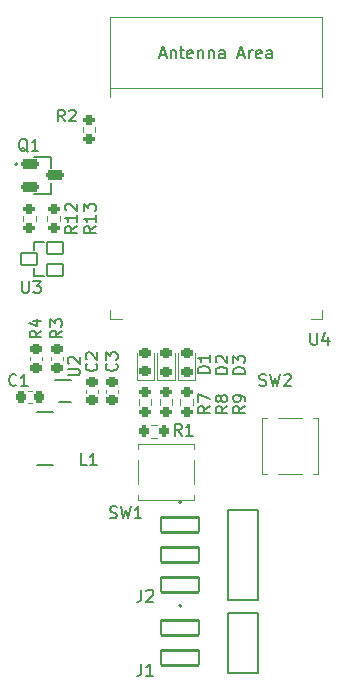
<source format=gto>
%TF.GenerationSoftware,KiCad,Pcbnew,7.0.7*%
%TF.CreationDate,2024-02-09T14:16:11-05:00*%
%TF.ProjectId,key-fob-pcb,6b65792d-666f-4622-9d70-63622e6b6963,rev?*%
%TF.SameCoordinates,Original*%
%TF.FileFunction,Legend,Top*%
%TF.FilePolarity,Positive*%
%FSLAX46Y46*%
G04 Gerber Fmt 4.6, Leading zero omitted, Abs format (unit mm)*
G04 Created by KiCad (PCBNEW 7.0.7) date 2024-02-09 14:16:11*
%MOMM*%
%LPD*%
G01*
G04 APERTURE LIST*
G04 Aperture macros list*
%AMRoundRect*
0 Rectangle with rounded corners*
0 $1 Rounding radius*
0 $2 $3 $4 $5 $6 $7 $8 $9 X,Y pos of 4 corners*
0 Add a 4 corners polygon primitive as box body*
4,1,4,$2,$3,$4,$5,$6,$7,$8,$9,$2,$3,0*
0 Add four circle primitives for the rounded corners*
1,1,$1+$1,$2,$3*
1,1,$1+$1,$4,$5*
1,1,$1+$1,$6,$7*
1,1,$1+$1,$8,$9*
0 Add four rect primitives between the rounded corners*
20,1,$1+$1,$2,$3,$4,$5,0*
20,1,$1+$1,$4,$5,$6,$7,0*
20,1,$1+$1,$6,$7,$8,$9,0*
20,1,$1+$1,$8,$9,$2,$3,0*%
G04 Aperture macros list end*
%ADD10C,0.150000*%
%ADD11C,0.200000*%
%ADD12C,0.120000*%
%ADD13C,0.152400*%
%ADD14C,0.127000*%
%ADD15RoundRect,0.102000X-1.590000X0.635000X-1.590000X-0.635000X1.590000X-0.635000X1.590000X0.635000X0*%
%ADD16RoundRect,0.225000X-0.250000X0.225000X-0.250000X-0.225000X0.250000X-0.225000X0.250000X0.225000X0*%
%ADD17RoundRect,0.225000X0.250000X-0.225000X0.250000X0.225000X-0.250000X0.225000X-0.250000X-0.225000X0*%
%ADD18RoundRect,0.225000X0.225000X0.250000X-0.225000X0.250000X-0.225000X-0.250000X0.225000X-0.250000X0*%
%ADD19C,1.734000*%
%ADD20C,3.600000*%
%ADD21C,6.400000*%
%ADD22R,0.900000X0.900000*%
%ADD23R,1.500000X0.900000*%
%ADD24R,0.900000X1.500000*%
%ADD25RoundRect,0.102000X0.700000X-0.500000X0.700000X0.500000X-0.700000X0.500000X-0.700000X-0.500000X0*%
%ADD26R,0.670001X0.299999*%
%ADD27R,1.400000X1.600000*%
%ADD28R,1.600000X1.400000*%
%ADD29RoundRect,0.200000X-0.275000X0.200000X-0.275000X-0.200000X0.275000X-0.200000X0.275000X0.200000X0*%
%ADD30RoundRect,0.200000X0.275000X-0.200000X0.275000X0.200000X-0.275000X0.200000X-0.275000X-0.200000X0*%
%ADD31RoundRect,0.200000X0.200000X0.275000X-0.200000X0.275000X-0.200000X-0.275000X0.200000X-0.275000X0*%
%ADD32RoundRect,0.190500X-0.561500X-0.206500X0.561500X-0.206500X0.561500X0.206500X-0.561500X0.206500X0*%
%ADD33R,1.447800X4.191000*%
%ADD34RoundRect,0.218750X0.256250X-0.218750X0.256250X0.218750X-0.256250X0.218750X-0.256250X-0.218750X0*%
G04 APERTURE END LIST*
D10*
X150916666Y-142474819D02*
X150916666Y-143189104D01*
X150916666Y-143189104D02*
X150869047Y-143331961D01*
X150869047Y-143331961D02*
X150773809Y-143427200D01*
X150773809Y-143427200D02*
X150630952Y-143474819D01*
X150630952Y-143474819D02*
X150535714Y-143474819D01*
X151916666Y-143474819D02*
X151345238Y-143474819D01*
X151630952Y-143474819D02*
X151630952Y-142474819D01*
X151630952Y-142474819D02*
X151535714Y-142617676D01*
X151535714Y-142617676D02*
X151440476Y-142712914D01*
X151440476Y-142712914D02*
X151345238Y-142760533D01*
X148809580Y-117066666D02*
X148857200Y-117114285D01*
X148857200Y-117114285D02*
X148904819Y-117257142D01*
X148904819Y-117257142D02*
X148904819Y-117352380D01*
X148904819Y-117352380D02*
X148857200Y-117495237D01*
X148857200Y-117495237D02*
X148761961Y-117590475D01*
X148761961Y-117590475D02*
X148666723Y-117638094D01*
X148666723Y-117638094D02*
X148476247Y-117685713D01*
X148476247Y-117685713D02*
X148333390Y-117685713D01*
X148333390Y-117685713D02*
X148142914Y-117638094D01*
X148142914Y-117638094D02*
X148047676Y-117590475D01*
X148047676Y-117590475D02*
X147952438Y-117495237D01*
X147952438Y-117495237D02*
X147904819Y-117352380D01*
X147904819Y-117352380D02*
X147904819Y-117257142D01*
X147904819Y-117257142D02*
X147952438Y-117114285D01*
X147952438Y-117114285D02*
X148000057Y-117066666D01*
X147904819Y-116733332D02*
X147904819Y-116114285D01*
X147904819Y-116114285D02*
X148285771Y-116447618D01*
X148285771Y-116447618D02*
X148285771Y-116304761D01*
X148285771Y-116304761D02*
X148333390Y-116209523D01*
X148333390Y-116209523D02*
X148381009Y-116161904D01*
X148381009Y-116161904D02*
X148476247Y-116114285D01*
X148476247Y-116114285D02*
X148714342Y-116114285D01*
X148714342Y-116114285D02*
X148809580Y-116161904D01*
X148809580Y-116161904D02*
X148857200Y-116209523D01*
X148857200Y-116209523D02*
X148904819Y-116304761D01*
X148904819Y-116304761D02*
X148904819Y-116590475D01*
X148904819Y-116590475D02*
X148857200Y-116685713D01*
X148857200Y-116685713D02*
X148809580Y-116733332D01*
X142454819Y-114266666D02*
X141978628Y-114599999D01*
X142454819Y-114838094D02*
X141454819Y-114838094D01*
X141454819Y-114838094D02*
X141454819Y-114457142D01*
X141454819Y-114457142D02*
X141502438Y-114361904D01*
X141502438Y-114361904D02*
X141550057Y-114314285D01*
X141550057Y-114314285D02*
X141645295Y-114266666D01*
X141645295Y-114266666D02*
X141788152Y-114266666D01*
X141788152Y-114266666D02*
X141883390Y-114314285D01*
X141883390Y-114314285D02*
X141931009Y-114361904D01*
X141931009Y-114361904D02*
X141978628Y-114457142D01*
X141978628Y-114457142D02*
X141978628Y-114838094D01*
X141788152Y-113409523D02*
X142454819Y-113409523D01*
X141407200Y-113647618D02*
X142121485Y-113885713D01*
X142121485Y-113885713D02*
X142121485Y-113266666D01*
X144204819Y-114266666D02*
X143728628Y-114599999D01*
X144204819Y-114838094D02*
X143204819Y-114838094D01*
X143204819Y-114838094D02*
X143204819Y-114457142D01*
X143204819Y-114457142D02*
X143252438Y-114361904D01*
X143252438Y-114361904D02*
X143300057Y-114314285D01*
X143300057Y-114314285D02*
X143395295Y-114266666D01*
X143395295Y-114266666D02*
X143538152Y-114266666D01*
X143538152Y-114266666D02*
X143633390Y-114314285D01*
X143633390Y-114314285D02*
X143681009Y-114361904D01*
X143681009Y-114361904D02*
X143728628Y-114457142D01*
X143728628Y-114457142D02*
X143728628Y-114838094D01*
X143204819Y-113933332D02*
X143204819Y-113314285D01*
X143204819Y-113314285D02*
X143585771Y-113647618D01*
X143585771Y-113647618D02*
X143585771Y-113504761D01*
X143585771Y-113504761D02*
X143633390Y-113409523D01*
X143633390Y-113409523D02*
X143681009Y-113361904D01*
X143681009Y-113361904D02*
X143776247Y-113314285D01*
X143776247Y-113314285D02*
X144014342Y-113314285D01*
X144014342Y-113314285D02*
X144109580Y-113361904D01*
X144109580Y-113361904D02*
X144157200Y-113409523D01*
X144157200Y-113409523D02*
X144204819Y-113504761D01*
X144204819Y-113504761D02*
X144204819Y-113790475D01*
X144204819Y-113790475D02*
X144157200Y-113885713D01*
X144157200Y-113885713D02*
X144109580Y-113933332D01*
X147109580Y-117066666D02*
X147157200Y-117114285D01*
X147157200Y-117114285D02*
X147204819Y-117257142D01*
X147204819Y-117257142D02*
X147204819Y-117352380D01*
X147204819Y-117352380D02*
X147157200Y-117495237D01*
X147157200Y-117495237D02*
X147061961Y-117590475D01*
X147061961Y-117590475D02*
X146966723Y-117638094D01*
X146966723Y-117638094D02*
X146776247Y-117685713D01*
X146776247Y-117685713D02*
X146633390Y-117685713D01*
X146633390Y-117685713D02*
X146442914Y-117638094D01*
X146442914Y-117638094D02*
X146347676Y-117590475D01*
X146347676Y-117590475D02*
X146252438Y-117495237D01*
X146252438Y-117495237D02*
X146204819Y-117352380D01*
X146204819Y-117352380D02*
X146204819Y-117257142D01*
X146204819Y-117257142D02*
X146252438Y-117114285D01*
X146252438Y-117114285D02*
X146300057Y-117066666D01*
X146300057Y-116685713D02*
X146252438Y-116638094D01*
X146252438Y-116638094D02*
X146204819Y-116542856D01*
X146204819Y-116542856D02*
X146204819Y-116304761D01*
X146204819Y-116304761D02*
X146252438Y-116209523D01*
X146252438Y-116209523D02*
X146300057Y-116161904D01*
X146300057Y-116161904D02*
X146395295Y-116114285D01*
X146395295Y-116114285D02*
X146490533Y-116114285D01*
X146490533Y-116114285D02*
X146633390Y-116161904D01*
X146633390Y-116161904D02*
X147204819Y-116733332D01*
X147204819Y-116733332D02*
X147204819Y-116114285D01*
X140333333Y-118859580D02*
X140285714Y-118907200D01*
X140285714Y-118907200D02*
X140142857Y-118954819D01*
X140142857Y-118954819D02*
X140047619Y-118954819D01*
X140047619Y-118954819D02*
X139904762Y-118907200D01*
X139904762Y-118907200D02*
X139809524Y-118811961D01*
X139809524Y-118811961D02*
X139761905Y-118716723D01*
X139761905Y-118716723D02*
X139714286Y-118526247D01*
X139714286Y-118526247D02*
X139714286Y-118383390D01*
X139714286Y-118383390D02*
X139761905Y-118192914D01*
X139761905Y-118192914D02*
X139809524Y-118097676D01*
X139809524Y-118097676D02*
X139904762Y-118002438D01*
X139904762Y-118002438D02*
X140047619Y-117954819D01*
X140047619Y-117954819D02*
X140142857Y-117954819D01*
X140142857Y-117954819D02*
X140285714Y-118002438D01*
X140285714Y-118002438D02*
X140333333Y-118050057D01*
X141285714Y-118954819D02*
X140714286Y-118954819D01*
X141000000Y-118954819D02*
X141000000Y-117954819D01*
X141000000Y-117954819D02*
X140904762Y-118097676D01*
X140904762Y-118097676D02*
X140809524Y-118192914D01*
X140809524Y-118192914D02*
X140714286Y-118240533D01*
X150916666Y-136204819D02*
X150916666Y-136919104D01*
X150916666Y-136919104D02*
X150869047Y-137061961D01*
X150869047Y-137061961D02*
X150773809Y-137157200D01*
X150773809Y-137157200D02*
X150630952Y-137204819D01*
X150630952Y-137204819D02*
X150535714Y-137204819D01*
X151345238Y-136300057D02*
X151392857Y-136252438D01*
X151392857Y-136252438D02*
X151488095Y-136204819D01*
X151488095Y-136204819D02*
X151726190Y-136204819D01*
X151726190Y-136204819D02*
X151821428Y-136252438D01*
X151821428Y-136252438D02*
X151869047Y-136300057D01*
X151869047Y-136300057D02*
X151916666Y-136395295D01*
X151916666Y-136395295D02*
X151916666Y-136490533D01*
X151916666Y-136490533D02*
X151869047Y-136633390D01*
X151869047Y-136633390D02*
X151297619Y-137204819D01*
X151297619Y-137204819D02*
X151916666Y-137204819D01*
X165238095Y-114454819D02*
X165238095Y-115264342D01*
X165238095Y-115264342D02*
X165285714Y-115359580D01*
X165285714Y-115359580D02*
X165333333Y-115407200D01*
X165333333Y-115407200D02*
X165428571Y-115454819D01*
X165428571Y-115454819D02*
X165619047Y-115454819D01*
X165619047Y-115454819D02*
X165714285Y-115407200D01*
X165714285Y-115407200D02*
X165761904Y-115359580D01*
X165761904Y-115359580D02*
X165809523Y-115264342D01*
X165809523Y-115264342D02*
X165809523Y-114454819D01*
X166714285Y-114788152D02*
X166714285Y-115454819D01*
X166476190Y-114407200D02*
X166238095Y-115121485D01*
X166238095Y-115121485D02*
X166857142Y-115121485D01*
X152488094Y-90919104D02*
X152964284Y-90919104D01*
X152392856Y-91204819D02*
X152726189Y-90204819D01*
X152726189Y-90204819D02*
X153059522Y-91204819D01*
X153392856Y-90538152D02*
X153392856Y-91204819D01*
X153392856Y-90633390D02*
X153440475Y-90585771D01*
X153440475Y-90585771D02*
X153535713Y-90538152D01*
X153535713Y-90538152D02*
X153678570Y-90538152D01*
X153678570Y-90538152D02*
X153773808Y-90585771D01*
X153773808Y-90585771D02*
X153821427Y-90681009D01*
X153821427Y-90681009D02*
X153821427Y-91204819D01*
X154154761Y-90538152D02*
X154535713Y-90538152D01*
X154297618Y-90204819D02*
X154297618Y-91061961D01*
X154297618Y-91061961D02*
X154345237Y-91157200D01*
X154345237Y-91157200D02*
X154440475Y-91204819D01*
X154440475Y-91204819D02*
X154535713Y-91204819D01*
X155249999Y-91157200D02*
X155154761Y-91204819D01*
X155154761Y-91204819D02*
X154964285Y-91204819D01*
X154964285Y-91204819D02*
X154869047Y-91157200D01*
X154869047Y-91157200D02*
X154821428Y-91061961D01*
X154821428Y-91061961D02*
X154821428Y-90681009D01*
X154821428Y-90681009D02*
X154869047Y-90585771D01*
X154869047Y-90585771D02*
X154964285Y-90538152D01*
X154964285Y-90538152D02*
X155154761Y-90538152D01*
X155154761Y-90538152D02*
X155249999Y-90585771D01*
X155249999Y-90585771D02*
X155297618Y-90681009D01*
X155297618Y-90681009D02*
X155297618Y-90776247D01*
X155297618Y-90776247D02*
X154821428Y-90871485D01*
X155726190Y-90538152D02*
X155726190Y-91204819D01*
X155726190Y-90633390D02*
X155773809Y-90585771D01*
X155773809Y-90585771D02*
X155869047Y-90538152D01*
X155869047Y-90538152D02*
X156011904Y-90538152D01*
X156011904Y-90538152D02*
X156107142Y-90585771D01*
X156107142Y-90585771D02*
X156154761Y-90681009D01*
X156154761Y-90681009D02*
X156154761Y-91204819D01*
X156630952Y-90538152D02*
X156630952Y-91204819D01*
X156630952Y-90633390D02*
X156678571Y-90585771D01*
X156678571Y-90585771D02*
X156773809Y-90538152D01*
X156773809Y-90538152D02*
X156916666Y-90538152D01*
X156916666Y-90538152D02*
X157011904Y-90585771D01*
X157011904Y-90585771D02*
X157059523Y-90681009D01*
X157059523Y-90681009D02*
X157059523Y-91204819D01*
X157964285Y-91204819D02*
X157964285Y-90681009D01*
X157964285Y-90681009D02*
X157916666Y-90585771D01*
X157916666Y-90585771D02*
X157821428Y-90538152D01*
X157821428Y-90538152D02*
X157630952Y-90538152D01*
X157630952Y-90538152D02*
X157535714Y-90585771D01*
X157964285Y-91157200D02*
X157869047Y-91204819D01*
X157869047Y-91204819D02*
X157630952Y-91204819D01*
X157630952Y-91204819D02*
X157535714Y-91157200D01*
X157535714Y-91157200D02*
X157488095Y-91061961D01*
X157488095Y-91061961D02*
X157488095Y-90966723D01*
X157488095Y-90966723D02*
X157535714Y-90871485D01*
X157535714Y-90871485D02*
X157630952Y-90823866D01*
X157630952Y-90823866D02*
X157869047Y-90823866D01*
X157869047Y-90823866D02*
X157964285Y-90776247D01*
X159154762Y-90919104D02*
X159630952Y-90919104D01*
X159059524Y-91204819D02*
X159392857Y-90204819D01*
X159392857Y-90204819D02*
X159726190Y-91204819D01*
X160059524Y-91204819D02*
X160059524Y-90538152D01*
X160059524Y-90728628D02*
X160107143Y-90633390D01*
X160107143Y-90633390D02*
X160154762Y-90585771D01*
X160154762Y-90585771D02*
X160250000Y-90538152D01*
X160250000Y-90538152D02*
X160345238Y-90538152D01*
X161059524Y-91157200D02*
X160964286Y-91204819D01*
X160964286Y-91204819D02*
X160773810Y-91204819D01*
X160773810Y-91204819D02*
X160678572Y-91157200D01*
X160678572Y-91157200D02*
X160630953Y-91061961D01*
X160630953Y-91061961D02*
X160630953Y-90681009D01*
X160630953Y-90681009D02*
X160678572Y-90585771D01*
X160678572Y-90585771D02*
X160773810Y-90538152D01*
X160773810Y-90538152D02*
X160964286Y-90538152D01*
X160964286Y-90538152D02*
X161059524Y-90585771D01*
X161059524Y-90585771D02*
X161107143Y-90681009D01*
X161107143Y-90681009D02*
X161107143Y-90776247D01*
X161107143Y-90776247D02*
X160630953Y-90871485D01*
X161964286Y-91204819D02*
X161964286Y-90681009D01*
X161964286Y-90681009D02*
X161916667Y-90585771D01*
X161916667Y-90585771D02*
X161821429Y-90538152D01*
X161821429Y-90538152D02*
X161630953Y-90538152D01*
X161630953Y-90538152D02*
X161535715Y-90585771D01*
X161964286Y-91157200D02*
X161869048Y-91204819D01*
X161869048Y-91204819D02*
X161630953Y-91204819D01*
X161630953Y-91204819D02*
X161535715Y-91157200D01*
X161535715Y-91157200D02*
X161488096Y-91061961D01*
X161488096Y-91061961D02*
X161488096Y-90966723D01*
X161488096Y-90966723D02*
X161535715Y-90871485D01*
X161535715Y-90871485D02*
X161630953Y-90823866D01*
X161630953Y-90823866D02*
X161869048Y-90823866D01*
X161869048Y-90823866D02*
X161964286Y-90776247D01*
X140835473Y-110077970D02*
X140835473Y-110890280D01*
X140835473Y-110890280D02*
X140883256Y-110985846D01*
X140883256Y-110985846D02*
X140931039Y-111033629D01*
X140931039Y-111033629D02*
X141026605Y-111081411D01*
X141026605Y-111081411D02*
X141217736Y-111081411D01*
X141217736Y-111081411D02*
X141313302Y-111033629D01*
X141313302Y-111033629D02*
X141361085Y-110985846D01*
X141361085Y-110985846D02*
X141408868Y-110890280D01*
X141408868Y-110890280D02*
X141408868Y-110077970D01*
X141791131Y-110077970D02*
X142412309Y-110077970D01*
X142412309Y-110077970D02*
X142077829Y-110460234D01*
X142077829Y-110460234D02*
X142221177Y-110460234D01*
X142221177Y-110460234D02*
X142316743Y-110508017D01*
X142316743Y-110508017D02*
X142364526Y-110555799D01*
X142364526Y-110555799D02*
X142412309Y-110651365D01*
X142412309Y-110651365D02*
X142412309Y-110890280D01*
X142412309Y-110890280D02*
X142364526Y-110985846D01*
X142364526Y-110985846D02*
X142316743Y-111033629D01*
X142316743Y-111033629D02*
X142221177Y-111081411D01*
X142221177Y-111081411D02*
X141934480Y-111081411D01*
X141934480Y-111081411D02*
X141838914Y-111033629D01*
X141838914Y-111033629D02*
X141791131Y-110985846D01*
X144704819Y-118061904D02*
X145514342Y-118061904D01*
X145514342Y-118061904D02*
X145609580Y-118014285D01*
X145609580Y-118014285D02*
X145657200Y-117966666D01*
X145657200Y-117966666D02*
X145704819Y-117871428D01*
X145704819Y-117871428D02*
X145704819Y-117680952D01*
X145704819Y-117680952D02*
X145657200Y-117585714D01*
X145657200Y-117585714D02*
X145609580Y-117538095D01*
X145609580Y-117538095D02*
X145514342Y-117490476D01*
X145514342Y-117490476D02*
X144704819Y-117490476D01*
X144800057Y-117061904D02*
X144752438Y-117014285D01*
X144752438Y-117014285D02*
X144704819Y-116919047D01*
X144704819Y-116919047D02*
X144704819Y-116680952D01*
X144704819Y-116680952D02*
X144752438Y-116585714D01*
X144752438Y-116585714D02*
X144800057Y-116538095D01*
X144800057Y-116538095D02*
X144895295Y-116490476D01*
X144895295Y-116490476D02*
X144990533Y-116490476D01*
X144990533Y-116490476D02*
X145133390Y-116538095D01*
X145133390Y-116538095D02*
X145704819Y-117109523D01*
X145704819Y-117109523D02*
X145704819Y-116490476D01*
X160916667Y-118907200D02*
X161059524Y-118954819D01*
X161059524Y-118954819D02*
X161297619Y-118954819D01*
X161297619Y-118954819D02*
X161392857Y-118907200D01*
X161392857Y-118907200D02*
X161440476Y-118859580D01*
X161440476Y-118859580D02*
X161488095Y-118764342D01*
X161488095Y-118764342D02*
X161488095Y-118669104D01*
X161488095Y-118669104D02*
X161440476Y-118573866D01*
X161440476Y-118573866D02*
X161392857Y-118526247D01*
X161392857Y-118526247D02*
X161297619Y-118478628D01*
X161297619Y-118478628D02*
X161107143Y-118431009D01*
X161107143Y-118431009D02*
X161011905Y-118383390D01*
X161011905Y-118383390D02*
X160964286Y-118335771D01*
X160964286Y-118335771D02*
X160916667Y-118240533D01*
X160916667Y-118240533D02*
X160916667Y-118145295D01*
X160916667Y-118145295D02*
X160964286Y-118050057D01*
X160964286Y-118050057D02*
X161011905Y-118002438D01*
X161011905Y-118002438D02*
X161107143Y-117954819D01*
X161107143Y-117954819D02*
X161345238Y-117954819D01*
X161345238Y-117954819D02*
X161488095Y-118002438D01*
X161821429Y-117954819D02*
X162059524Y-118954819D01*
X162059524Y-118954819D02*
X162250000Y-118240533D01*
X162250000Y-118240533D02*
X162440476Y-118954819D01*
X162440476Y-118954819D02*
X162678572Y-117954819D01*
X163011905Y-118050057D02*
X163059524Y-118002438D01*
X163059524Y-118002438D02*
X163154762Y-117954819D01*
X163154762Y-117954819D02*
X163392857Y-117954819D01*
X163392857Y-117954819D02*
X163488095Y-118002438D01*
X163488095Y-118002438D02*
X163535714Y-118050057D01*
X163535714Y-118050057D02*
X163583333Y-118145295D01*
X163583333Y-118145295D02*
X163583333Y-118240533D01*
X163583333Y-118240533D02*
X163535714Y-118383390D01*
X163535714Y-118383390D02*
X162964286Y-118954819D01*
X162964286Y-118954819D02*
X163583333Y-118954819D01*
X148266667Y-130107200D02*
X148409524Y-130154819D01*
X148409524Y-130154819D02*
X148647619Y-130154819D01*
X148647619Y-130154819D02*
X148742857Y-130107200D01*
X148742857Y-130107200D02*
X148790476Y-130059580D01*
X148790476Y-130059580D02*
X148838095Y-129964342D01*
X148838095Y-129964342D02*
X148838095Y-129869104D01*
X148838095Y-129869104D02*
X148790476Y-129773866D01*
X148790476Y-129773866D02*
X148742857Y-129726247D01*
X148742857Y-129726247D02*
X148647619Y-129678628D01*
X148647619Y-129678628D02*
X148457143Y-129631009D01*
X148457143Y-129631009D02*
X148361905Y-129583390D01*
X148361905Y-129583390D02*
X148314286Y-129535771D01*
X148314286Y-129535771D02*
X148266667Y-129440533D01*
X148266667Y-129440533D02*
X148266667Y-129345295D01*
X148266667Y-129345295D02*
X148314286Y-129250057D01*
X148314286Y-129250057D02*
X148361905Y-129202438D01*
X148361905Y-129202438D02*
X148457143Y-129154819D01*
X148457143Y-129154819D02*
X148695238Y-129154819D01*
X148695238Y-129154819D02*
X148838095Y-129202438D01*
X149171429Y-129154819D02*
X149409524Y-130154819D01*
X149409524Y-130154819D02*
X149600000Y-129440533D01*
X149600000Y-129440533D02*
X149790476Y-130154819D01*
X149790476Y-130154819D02*
X150028572Y-129154819D01*
X150933333Y-130154819D02*
X150361905Y-130154819D01*
X150647619Y-130154819D02*
X150647619Y-129154819D01*
X150647619Y-129154819D02*
X150552381Y-129297676D01*
X150552381Y-129297676D02*
X150457143Y-129392914D01*
X150457143Y-129392914D02*
X150361905Y-129440533D01*
X147054819Y-105442857D02*
X146578628Y-105776190D01*
X147054819Y-106014285D02*
X146054819Y-106014285D01*
X146054819Y-106014285D02*
X146054819Y-105633333D01*
X146054819Y-105633333D02*
X146102438Y-105538095D01*
X146102438Y-105538095D02*
X146150057Y-105490476D01*
X146150057Y-105490476D02*
X146245295Y-105442857D01*
X146245295Y-105442857D02*
X146388152Y-105442857D01*
X146388152Y-105442857D02*
X146483390Y-105490476D01*
X146483390Y-105490476D02*
X146531009Y-105538095D01*
X146531009Y-105538095D02*
X146578628Y-105633333D01*
X146578628Y-105633333D02*
X146578628Y-106014285D01*
X147054819Y-104490476D02*
X147054819Y-105061904D01*
X147054819Y-104776190D02*
X146054819Y-104776190D01*
X146054819Y-104776190D02*
X146197676Y-104871428D01*
X146197676Y-104871428D02*
X146292914Y-104966666D01*
X146292914Y-104966666D02*
X146340533Y-105061904D01*
X146054819Y-104157142D02*
X146054819Y-103538095D01*
X146054819Y-103538095D02*
X146435771Y-103871428D01*
X146435771Y-103871428D02*
X146435771Y-103728571D01*
X146435771Y-103728571D02*
X146483390Y-103633333D01*
X146483390Y-103633333D02*
X146531009Y-103585714D01*
X146531009Y-103585714D02*
X146626247Y-103538095D01*
X146626247Y-103538095D02*
X146864342Y-103538095D01*
X146864342Y-103538095D02*
X146959580Y-103585714D01*
X146959580Y-103585714D02*
X147007200Y-103633333D01*
X147007200Y-103633333D02*
X147054819Y-103728571D01*
X147054819Y-103728571D02*
X147054819Y-104014285D01*
X147054819Y-104014285D02*
X147007200Y-104109523D01*
X147007200Y-104109523D02*
X146959580Y-104157142D01*
X145454819Y-105417857D02*
X144978628Y-105751190D01*
X145454819Y-105989285D02*
X144454819Y-105989285D01*
X144454819Y-105989285D02*
X144454819Y-105608333D01*
X144454819Y-105608333D02*
X144502438Y-105513095D01*
X144502438Y-105513095D02*
X144550057Y-105465476D01*
X144550057Y-105465476D02*
X144645295Y-105417857D01*
X144645295Y-105417857D02*
X144788152Y-105417857D01*
X144788152Y-105417857D02*
X144883390Y-105465476D01*
X144883390Y-105465476D02*
X144931009Y-105513095D01*
X144931009Y-105513095D02*
X144978628Y-105608333D01*
X144978628Y-105608333D02*
X144978628Y-105989285D01*
X145454819Y-104465476D02*
X145454819Y-105036904D01*
X145454819Y-104751190D02*
X144454819Y-104751190D01*
X144454819Y-104751190D02*
X144597676Y-104846428D01*
X144597676Y-104846428D02*
X144692914Y-104941666D01*
X144692914Y-104941666D02*
X144740533Y-105036904D01*
X144550057Y-104084523D02*
X144502438Y-104036904D01*
X144502438Y-104036904D02*
X144454819Y-103941666D01*
X144454819Y-103941666D02*
X144454819Y-103703571D01*
X144454819Y-103703571D02*
X144502438Y-103608333D01*
X144502438Y-103608333D02*
X144550057Y-103560714D01*
X144550057Y-103560714D02*
X144645295Y-103513095D01*
X144645295Y-103513095D02*
X144740533Y-103513095D01*
X144740533Y-103513095D02*
X144883390Y-103560714D01*
X144883390Y-103560714D02*
X145454819Y-104132142D01*
X145454819Y-104132142D02*
X145454819Y-103513095D01*
X159704819Y-120666666D02*
X159228628Y-120999999D01*
X159704819Y-121238094D02*
X158704819Y-121238094D01*
X158704819Y-121238094D02*
X158704819Y-120857142D01*
X158704819Y-120857142D02*
X158752438Y-120761904D01*
X158752438Y-120761904D02*
X158800057Y-120714285D01*
X158800057Y-120714285D02*
X158895295Y-120666666D01*
X158895295Y-120666666D02*
X159038152Y-120666666D01*
X159038152Y-120666666D02*
X159133390Y-120714285D01*
X159133390Y-120714285D02*
X159181009Y-120761904D01*
X159181009Y-120761904D02*
X159228628Y-120857142D01*
X159228628Y-120857142D02*
X159228628Y-121238094D01*
X159704819Y-120190475D02*
X159704819Y-119999999D01*
X159704819Y-119999999D02*
X159657200Y-119904761D01*
X159657200Y-119904761D02*
X159609580Y-119857142D01*
X159609580Y-119857142D02*
X159466723Y-119761904D01*
X159466723Y-119761904D02*
X159276247Y-119714285D01*
X159276247Y-119714285D02*
X158895295Y-119714285D01*
X158895295Y-119714285D02*
X158800057Y-119761904D01*
X158800057Y-119761904D02*
X158752438Y-119809523D01*
X158752438Y-119809523D02*
X158704819Y-119904761D01*
X158704819Y-119904761D02*
X158704819Y-120095237D01*
X158704819Y-120095237D02*
X158752438Y-120190475D01*
X158752438Y-120190475D02*
X158800057Y-120238094D01*
X158800057Y-120238094D02*
X158895295Y-120285713D01*
X158895295Y-120285713D02*
X159133390Y-120285713D01*
X159133390Y-120285713D02*
X159228628Y-120238094D01*
X159228628Y-120238094D02*
X159276247Y-120190475D01*
X159276247Y-120190475D02*
X159323866Y-120095237D01*
X159323866Y-120095237D02*
X159323866Y-119904761D01*
X159323866Y-119904761D02*
X159276247Y-119809523D01*
X159276247Y-119809523D02*
X159228628Y-119761904D01*
X159228628Y-119761904D02*
X159133390Y-119714285D01*
X158204819Y-120666666D02*
X157728628Y-120999999D01*
X158204819Y-121238094D02*
X157204819Y-121238094D01*
X157204819Y-121238094D02*
X157204819Y-120857142D01*
X157204819Y-120857142D02*
X157252438Y-120761904D01*
X157252438Y-120761904D02*
X157300057Y-120714285D01*
X157300057Y-120714285D02*
X157395295Y-120666666D01*
X157395295Y-120666666D02*
X157538152Y-120666666D01*
X157538152Y-120666666D02*
X157633390Y-120714285D01*
X157633390Y-120714285D02*
X157681009Y-120761904D01*
X157681009Y-120761904D02*
X157728628Y-120857142D01*
X157728628Y-120857142D02*
X157728628Y-121238094D01*
X157633390Y-120095237D02*
X157585771Y-120190475D01*
X157585771Y-120190475D02*
X157538152Y-120238094D01*
X157538152Y-120238094D02*
X157442914Y-120285713D01*
X157442914Y-120285713D02*
X157395295Y-120285713D01*
X157395295Y-120285713D02*
X157300057Y-120238094D01*
X157300057Y-120238094D02*
X157252438Y-120190475D01*
X157252438Y-120190475D02*
X157204819Y-120095237D01*
X157204819Y-120095237D02*
X157204819Y-119904761D01*
X157204819Y-119904761D02*
X157252438Y-119809523D01*
X157252438Y-119809523D02*
X157300057Y-119761904D01*
X157300057Y-119761904D02*
X157395295Y-119714285D01*
X157395295Y-119714285D02*
X157442914Y-119714285D01*
X157442914Y-119714285D02*
X157538152Y-119761904D01*
X157538152Y-119761904D02*
X157585771Y-119809523D01*
X157585771Y-119809523D02*
X157633390Y-119904761D01*
X157633390Y-119904761D02*
X157633390Y-120095237D01*
X157633390Y-120095237D02*
X157681009Y-120190475D01*
X157681009Y-120190475D02*
X157728628Y-120238094D01*
X157728628Y-120238094D02*
X157823866Y-120285713D01*
X157823866Y-120285713D02*
X158014342Y-120285713D01*
X158014342Y-120285713D02*
X158109580Y-120238094D01*
X158109580Y-120238094D02*
X158157200Y-120190475D01*
X158157200Y-120190475D02*
X158204819Y-120095237D01*
X158204819Y-120095237D02*
X158204819Y-119904761D01*
X158204819Y-119904761D02*
X158157200Y-119809523D01*
X158157200Y-119809523D02*
X158109580Y-119761904D01*
X158109580Y-119761904D02*
X158014342Y-119714285D01*
X158014342Y-119714285D02*
X157823866Y-119714285D01*
X157823866Y-119714285D02*
X157728628Y-119761904D01*
X157728628Y-119761904D02*
X157681009Y-119809523D01*
X157681009Y-119809523D02*
X157633390Y-119904761D01*
X156704819Y-120666666D02*
X156228628Y-120999999D01*
X156704819Y-121238094D02*
X155704819Y-121238094D01*
X155704819Y-121238094D02*
X155704819Y-120857142D01*
X155704819Y-120857142D02*
X155752438Y-120761904D01*
X155752438Y-120761904D02*
X155800057Y-120714285D01*
X155800057Y-120714285D02*
X155895295Y-120666666D01*
X155895295Y-120666666D02*
X156038152Y-120666666D01*
X156038152Y-120666666D02*
X156133390Y-120714285D01*
X156133390Y-120714285D02*
X156181009Y-120761904D01*
X156181009Y-120761904D02*
X156228628Y-120857142D01*
X156228628Y-120857142D02*
X156228628Y-121238094D01*
X155704819Y-120333332D02*
X155704819Y-119666666D01*
X155704819Y-119666666D02*
X156704819Y-120095237D01*
X144433333Y-96554819D02*
X144100000Y-96078628D01*
X143861905Y-96554819D02*
X143861905Y-95554819D01*
X143861905Y-95554819D02*
X144242857Y-95554819D01*
X144242857Y-95554819D02*
X144338095Y-95602438D01*
X144338095Y-95602438D02*
X144385714Y-95650057D01*
X144385714Y-95650057D02*
X144433333Y-95745295D01*
X144433333Y-95745295D02*
X144433333Y-95888152D01*
X144433333Y-95888152D02*
X144385714Y-95983390D01*
X144385714Y-95983390D02*
X144338095Y-96031009D01*
X144338095Y-96031009D02*
X144242857Y-96078628D01*
X144242857Y-96078628D02*
X143861905Y-96078628D01*
X144814286Y-95650057D02*
X144861905Y-95602438D01*
X144861905Y-95602438D02*
X144957143Y-95554819D01*
X144957143Y-95554819D02*
X145195238Y-95554819D01*
X145195238Y-95554819D02*
X145290476Y-95602438D01*
X145290476Y-95602438D02*
X145338095Y-95650057D01*
X145338095Y-95650057D02*
X145385714Y-95745295D01*
X145385714Y-95745295D02*
X145385714Y-95840533D01*
X145385714Y-95840533D02*
X145338095Y-95983390D01*
X145338095Y-95983390D02*
X144766667Y-96554819D01*
X144766667Y-96554819D02*
X145385714Y-96554819D01*
X154333333Y-123154819D02*
X154000000Y-122678628D01*
X153761905Y-123154819D02*
X153761905Y-122154819D01*
X153761905Y-122154819D02*
X154142857Y-122154819D01*
X154142857Y-122154819D02*
X154238095Y-122202438D01*
X154238095Y-122202438D02*
X154285714Y-122250057D01*
X154285714Y-122250057D02*
X154333333Y-122345295D01*
X154333333Y-122345295D02*
X154333333Y-122488152D01*
X154333333Y-122488152D02*
X154285714Y-122583390D01*
X154285714Y-122583390D02*
X154238095Y-122631009D01*
X154238095Y-122631009D02*
X154142857Y-122678628D01*
X154142857Y-122678628D02*
X153761905Y-122678628D01*
X155285714Y-123154819D02*
X154714286Y-123154819D01*
X155000000Y-123154819D02*
X155000000Y-122154819D01*
X155000000Y-122154819D02*
X154904762Y-122297676D01*
X154904762Y-122297676D02*
X154809524Y-122392914D01*
X154809524Y-122392914D02*
X154714286Y-122440533D01*
X141304761Y-99125057D02*
X141209523Y-99077438D01*
X141209523Y-99077438D02*
X141114285Y-98982200D01*
X141114285Y-98982200D02*
X140971428Y-98839342D01*
X140971428Y-98839342D02*
X140876190Y-98791723D01*
X140876190Y-98791723D02*
X140780952Y-98791723D01*
X140828571Y-99029819D02*
X140733333Y-98982200D01*
X140733333Y-98982200D02*
X140638095Y-98886961D01*
X140638095Y-98886961D02*
X140590476Y-98696485D01*
X140590476Y-98696485D02*
X140590476Y-98363152D01*
X140590476Y-98363152D02*
X140638095Y-98172676D01*
X140638095Y-98172676D02*
X140733333Y-98077438D01*
X140733333Y-98077438D02*
X140828571Y-98029819D01*
X140828571Y-98029819D02*
X141019047Y-98029819D01*
X141019047Y-98029819D02*
X141114285Y-98077438D01*
X141114285Y-98077438D02*
X141209523Y-98172676D01*
X141209523Y-98172676D02*
X141257142Y-98363152D01*
X141257142Y-98363152D02*
X141257142Y-98696485D01*
X141257142Y-98696485D02*
X141209523Y-98886961D01*
X141209523Y-98886961D02*
X141114285Y-98982200D01*
X141114285Y-98982200D02*
X141019047Y-99029819D01*
X141019047Y-99029819D02*
X140828571Y-99029819D01*
X142209523Y-99029819D02*
X141638095Y-99029819D01*
X141923809Y-99029819D02*
X141923809Y-98029819D01*
X141923809Y-98029819D02*
X141828571Y-98172676D01*
X141828571Y-98172676D02*
X141733333Y-98267914D01*
X141733333Y-98267914D02*
X141638095Y-98315533D01*
X146283333Y-125654819D02*
X145807143Y-125654819D01*
X145807143Y-125654819D02*
X145807143Y-124654819D01*
X147140476Y-125654819D02*
X146569048Y-125654819D01*
X146854762Y-125654819D02*
X146854762Y-124654819D01*
X146854762Y-124654819D02*
X146759524Y-124797676D01*
X146759524Y-124797676D02*
X146664286Y-124892914D01*
X146664286Y-124892914D02*
X146569048Y-124940533D01*
X159704819Y-117913094D02*
X158704819Y-117913094D01*
X158704819Y-117913094D02*
X158704819Y-117674999D01*
X158704819Y-117674999D02*
X158752438Y-117532142D01*
X158752438Y-117532142D02*
X158847676Y-117436904D01*
X158847676Y-117436904D02*
X158942914Y-117389285D01*
X158942914Y-117389285D02*
X159133390Y-117341666D01*
X159133390Y-117341666D02*
X159276247Y-117341666D01*
X159276247Y-117341666D02*
X159466723Y-117389285D01*
X159466723Y-117389285D02*
X159561961Y-117436904D01*
X159561961Y-117436904D02*
X159657200Y-117532142D01*
X159657200Y-117532142D02*
X159704819Y-117674999D01*
X159704819Y-117674999D02*
X159704819Y-117913094D01*
X158704819Y-117008332D02*
X158704819Y-116389285D01*
X158704819Y-116389285D02*
X159085771Y-116722618D01*
X159085771Y-116722618D02*
X159085771Y-116579761D01*
X159085771Y-116579761D02*
X159133390Y-116484523D01*
X159133390Y-116484523D02*
X159181009Y-116436904D01*
X159181009Y-116436904D02*
X159276247Y-116389285D01*
X159276247Y-116389285D02*
X159514342Y-116389285D01*
X159514342Y-116389285D02*
X159609580Y-116436904D01*
X159609580Y-116436904D02*
X159657200Y-116484523D01*
X159657200Y-116484523D02*
X159704819Y-116579761D01*
X159704819Y-116579761D02*
X159704819Y-116865475D01*
X159704819Y-116865475D02*
X159657200Y-116960713D01*
X159657200Y-116960713D02*
X159609580Y-117008332D01*
X158204819Y-117913094D02*
X157204819Y-117913094D01*
X157204819Y-117913094D02*
X157204819Y-117674999D01*
X157204819Y-117674999D02*
X157252438Y-117532142D01*
X157252438Y-117532142D02*
X157347676Y-117436904D01*
X157347676Y-117436904D02*
X157442914Y-117389285D01*
X157442914Y-117389285D02*
X157633390Y-117341666D01*
X157633390Y-117341666D02*
X157776247Y-117341666D01*
X157776247Y-117341666D02*
X157966723Y-117389285D01*
X157966723Y-117389285D02*
X158061961Y-117436904D01*
X158061961Y-117436904D02*
X158157200Y-117532142D01*
X158157200Y-117532142D02*
X158204819Y-117674999D01*
X158204819Y-117674999D02*
X158204819Y-117913094D01*
X157300057Y-116960713D02*
X157252438Y-116913094D01*
X157252438Y-116913094D02*
X157204819Y-116817856D01*
X157204819Y-116817856D02*
X157204819Y-116579761D01*
X157204819Y-116579761D02*
X157252438Y-116484523D01*
X157252438Y-116484523D02*
X157300057Y-116436904D01*
X157300057Y-116436904D02*
X157395295Y-116389285D01*
X157395295Y-116389285D02*
X157490533Y-116389285D01*
X157490533Y-116389285D02*
X157633390Y-116436904D01*
X157633390Y-116436904D02*
X158204819Y-117008332D01*
X158204819Y-117008332D02*
X158204819Y-116389285D01*
X156704819Y-117838094D02*
X155704819Y-117838094D01*
X155704819Y-117838094D02*
X155704819Y-117599999D01*
X155704819Y-117599999D02*
X155752438Y-117457142D01*
X155752438Y-117457142D02*
X155847676Y-117361904D01*
X155847676Y-117361904D02*
X155942914Y-117314285D01*
X155942914Y-117314285D02*
X156133390Y-117266666D01*
X156133390Y-117266666D02*
X156276247Y-117266666D01*
X156276247Y-117266666D02*
X156466723Y-117314285D01*
X156466723Y-117314285D02*
X156561961Y-117361904D01*
X156561961Y-117361904D02*
X156657200Y-117457142D01*
X156657200Y-117457142D02*
X156704819Y-117599999D01*
X156704819Y-117599999D02*
X156704819Y-117838094D01*
X156704819Y-116314285D02*
X156704819Y-116885713D01*
X156704819Y-116599999D02*
X155704819Y-116599999D01*
X155704819Y-116599999D02*
X155847676Y-116695237D01*
X155847676Y-116695237D02*
X155942914Y-116790475D01*
X155942914Y-116790475D02*
X155990533Y-116885713D01*
D11*
%TO.C,J1*%
X158230000Y-138210000D02*
X160770000Y-138210000D01*
X160770000Y-143290000D02*
X160770000Y-138210000D01*
X160770000Y-143290000D02*
X158230000Y-143290000D01*
X158230000Y-143290000D02*
X158230000Y-138210000D01*
X154320000Y-137560000D02*
G75*
G03*
X154320000Y-137560000I-100000J0D01*
G01*
D12*
%TO.C,C3*%
X147940000Y-119259420D02*
X147940000Y-119540580D01*
X148960000Y-119259420D02*
X148960000Y-119540580D01*
%TO.C,R4*%
X142510000Y-116765580D02*
X142510000Y-116484420D01*
X141490000Y-116765580D02*
X141490000Y-116484420D01*
%TO.C,R3*%
X143240000Y-116484420D02*
X143240000Y-116765580D01*
X144260000Y-116484420D02*
X144260000Y-116765580D01*
%TO.C,C2*%
X147260000Y-119259420D02*
X147260000Y-119540580D01*
X146240000Y-119259420D02*
X146240000Y-119540580D01*
%TO.C,C1*%
X141640580Y-119390000D02*
X141359420Y-119390000D01*
X141640580Y-120410000D02*
X141359420Y-120410000D01*
D11*
%TO.C,J2*%
X158230000Y-129440000D02*
X160770000Y-129440000D01*
X160770000Y-137060000D02*
X160770000Y-129440000D01*
X160770000Y-137060000D02*
X158230000Y-137060000D01*
X158230000Y-137060000D02*
X158230000Y-129440000D01*
X154320000Y-128790000D02*
G75*
G03*
X154320000Y-128790000I-100000J0D01*
G01*
D12*
%TO.C,U4*%
X166250000Y-113250000D02*
X165250000Y-113250000D01*
X166250000Y-112500000D02*
X166250000Y-113250000D01*
X166250000Y-93690000D02*
X148250000Y-93690000D01*
X166250000Y-87750000D02*
X166250000Y-94500000D01*
X148250000Y-113250000D02*
X149250000Y-113250000D01*
X148250000Y-112500000D02*
X148250000Y-113250000D01*
X148250000Y-87750000D02*
X166250000Y-87750000D01*
X148250000Y-87750000D02*
X148250000Y-94500000D01*
D13*
%TO.C,U3*%
X141839600Y-106802600D02*
X142685400Y-106802600D01*
X141839600Y-107463000D02*
X141839600Y-106802600D01*
X142685400Y-109647400D02*
X141839600Y-109647400D01*
X141839600Y-109647400D02*
X141839600Y-108987000D01*
D11*
%TO.C,U2*%
X143990002Y-120350002D02*
X144990000Y-120350002D01*
X143590000Y-118450000D02*
X144990000Y-118450000D01*
D12*
%TO.C,SW2*%
X165870000Y-121630000D02*
X165470000Y-121630000D01*
X161130000Y-126370000D02*
X161530000Y-126370000D01*
X165870000Y-121630000D02*
X165870000Y-126370000D01*
X161130000Y-121630000D02*
X161130000Y-126370000D01*
X162470000Y-126370000D02*
X164530000Y-126370000D01*
X162470000Y-121630000D02*
X164530000Y-121630000D01*
X165870000Y-126370000D02*
X165470000Y-126370000D01*
X161130000Y-121630000D02*
X161530000Y-121630000D01*
%TO.C,SW1*%
X155370000Y-128620000D02*
X155370000Y-128220000D01*
X150630000Y-123880000D02*
X150630000Y-124280000D01*
X155370000Y-128620000D02*
X150630000Y-128620000D01*
X155370000Y-123880000D02*
X150630000Y-123880000D01*
X150630000Y-125220000D02*
X150630000Y-127280000D01*
X155370000Y-125220000D02*
X155370000Y-127280000D01*
X150630000Y-128620000D02*
X150630000Y-128220000D01*
X155370000Y-123880000D02*
X155370000Y-124280000D01*
%TO.C,R13*%
X144022500Y-104537742D02*
X144022500Y-105012258D01*
X142977500Y-104537742D02*
X142977500Y-105012258D01*
%TO.C,R12*%
X141972500Y-104537742D02*
X141972500Y-105012258D01*
X140927500Y-104537742D02*
X140927500Y-105012258D01*
%TO.C,R9*%
X154227500Y-120562258D02*
X154227500Y-120087742D01*
X155272500Y-120562258D02*
X155272500Y-120087742D01*
%TO.C,R8*%
X153522500Y-120562258D02*
X153522500Y-120087742D01*
X152477500Y-120562258D02*
X152477500Y-120087742D01*
%TO.C,R7*%
X150727500Y-120562258D02*
X150727500Y-120087742D01*
X151772500Y-120562258D02*
X151772500Y-120087742D01*
%TO.C,R2*%
X145977500Y-97012742D02*
X145977500Y-97487258D01*
X147022500Y-97012742D02*
X147022500Y-97487258D01*
%TO.C,R1*%
X152237258Y-123322500D02*
X151762742Y-123322500D01*
X152237258Y-122277500D02*
X151762742Y-122277500D01*
D11*
%TO.C,Q1*%
X140427500Y-100172500D02*
G75*
G03*
X140427500Y-100172500I-100000J0D01*
G01*
D14*
X143250000Y-102690000D02*
X143250000Y-101740000D01*
X143250000Y-99560000D02*
X143250000Y-100510000D01*
X143250000Y-99560000D02*
X141850000Y-99560000D01*
X141850000Y-102690000D02*
X143250000Y-102690000D01*
D13*
%TO.C,L1*%
X143445750Y-121177500D02*
X142054250Y-121177500D01*
X142054250Y-125622500D02*
X143445750Y-125622500D01*
D12*
%TO.C,D3*%
X154015000Y-116162500D02*
X154015000Y-118447500D01*
X154015000Y-118447500D02*
X155485000Y-118447500D01*
X155485000Y-118447500D02*
X155485000Y-116162500D01*
%TO.C,D2*%
X152265000Y-116162500D02*
X152265000Y-118447500D01*
X152265000Y-118447500D02*
X153735000Y-118447500D01*
X153735000Y-118447500D02*
X153735000Y-116162500D01*
%TO.C,D1*%
X150515000Y-116125000D02*
X150515000Y-118410000D01*
X150515000Y-118410000D02*
X151985000Y-118410000D01*
X151985000Y-118410000D02*
X151985000Y-116125000D01*
%TD*%
%LPC*%
D15*
%TO.C,J1*%
X154220000Y-139480000D03*
X154220000Y-142020000D03*
%TD*%
D16*
%TO.C,C3*%
X148450000Y-118625000D03*
X148450000Y-120175000D03*
%TD*%
D17*
%TO.C,R4*%
X142000000Y-117400000D03*
X142000000Y-115850000D03*
%TD*%
D16*
%TO.C,R3*%
X143750000Y-115850000D03*
X143750000Y-117400000D03*
%TD*%
%TO.C,C2*%
X146750000Y-120175000D03*
X146750000Y-118625000D03*
%TD*%
D18*
%TO.C,C1*%
X142275000Y-119900000D03*
X140725000Y-119900000D03*
%TD*%
D19*
%TO.C,BT1*%
X157950000Y-145500000D03*
X145250000Y-145500000D03*
%TD*%
D15*
%TO.C,J2*%
X154220000Y-130710000D03*
X154220000Y-133250000D03*
X154220000Y-135790000D03*
%TD*%
D20*
%TO.C,REF\u002A\u002A*%
X142750000Y-91000000D03*
D21*
X142750000Y-91000000D03*
%TD*%
D20*
%TO.C,REF\u002A\u002A*%
X163250000Y-152500000D03*
D21*
X163250000Y-152500000D03*
%TD*%
D22*
%TO.C,U4*%
X157150000Y-104360000D03*
X157150000Y-102960000D03*
X157150000Y-101560000D03*
X155750000Y-104360000D03*
X155750000Y-102960000D03*
X155750000Y-101560000D03*
X155750000Y-101560000D03*
X154350000Y-104360000D03*
X154350000Y-104360000D03*
X154350000Y-102960000D03*
X154350000Y-101560000D03*
D23*
X166000000Y-95240000D03*
X166000000Y-96510000D03*
X166000000Y-97780000D03*
X166000000Y-99050000D03*
X166000000Y-100320000D03*
X166000000Y-101590000D03*
X166000000Y-102860000D03*
X166000000Y-104130000D03*
X166000000Y-105400000D03*
X166000000Y-106670000D03*
X166000000Y-107940000D03*
X166000000Y-109210000D03*
X166000000Y-110480000D03*
X166000000Y-111750000D03*
D24*
X164235000Y-113000000D03*
X162965000Y-113000000D03*
X161695000Y-113000000D03*
X160425000Y-113000000D03*
X159155000Y-113000000D03*
X157885000Y-113000000D03*
X156615000Y-113000000D03*
X155345000Y-113000000D03*
X154075000Y-113000000D03*
X152805000Y-113000000D03*
X151535000Y-113000000D03*
X150265000Y-113000000D03*
D23*
X148500000Y-111750000D03*
X148500000Y-110480000D03*
X148500000Y-109210000D03*
X148500000Y-107940000D03*
X148500000Y-106670000D03*
X148500000Y-105400000D03*
X148500000Y-104130000D03*
X148500000Y-102860000D03*
X148500000Y-101590000D03*
X148500000Y-100320000D03*
X148500000Y-99050000D03*
X148500000Y-97780000D03*
X148500000Y-96510000D03*
X148500000Y-95240000D03*
%TD*%
D25*
%TO.C,U3*%
X141400000Y-108225000D03*
X143600000Y-107275000D03*
X143600000Y-109175000D03*
%TD*%
D26*
%TO.C,U2*%
X143750000Y-118899999D03*
X143750000Y-119399998D03*
X143750000Y-119900000D03*
X145230002Y-119900000D03*
X145230002Y-119399998D03*
X145230002Y-118899999D03*
%TD*%
D27*
%TO.C,SW2*%
X165000000Y-127600000D03*
X165000000Y-120400000D03*
X162000000Y-127600000D03*
X162000000Y-120400000D03*
%TD*%
D28*
%TO.C,SW1*%
X149400000Y-127750000D03*
X156600000Y-127750000D03*
X149400000Y-124750000D03*
X156600000Y-124750000D03*
%TD*%
D29*
%TO.C,R13*%
X143500000Y-105600000D03*
X143500000Y-103950000D03*
%TD*%
%TO.C,R12*%
X141450000Y-105600000D03*
X141450000Y-103950000D03*
%TD*%
D30*
%TO.C,R9*%
X154750000Y-119500000D03*
X154750000Y-121150000D03*
%TD*%
%TO.C,R8*%
X153000000Y-121150000D03*
X153000000Y-119500000D03*
%TD*%
%TO.C,R7*%
X151250000Y-119500000D03*
X151250000Y-121150000D03*
%TD*%
D29*
%TO.C,R2*%
X146500000Y-96425000D03*
X146500000Y-98075000D03*
%TD*%
D31*
%TO.C,R1*%
X151175000Y-122800000D03*
X152825000Y-122800000D03*
%TD*%
D32*
%TO.C,Q1*%
X143575000Y-101125000D03*
X141525000Y-102075000D03*
X141525000Y-100175000D03*
%TD*%
D33*
%TO.C,L1*%
X144477200Y-123400000D03*
X141022800Y-123400000D03*
%TD*%
D34*
%TO.C,D3*%
X154750000Y-116175000D03*
X154750000Y-117750000D03*
%TD*%
%TO.C,D2*%
X153000000Y-116175000D03*
X153000000Y-117750000D03*
%TD*%
%TO.C,D1*%
X151250000Y-116137500D03*
X151250000Y-117712500D03*
%TD*%
%LPD*%
M02*

</source>
